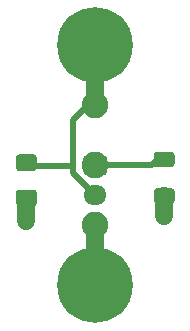
<source format=gbr>
%TF.GenerationSoftware,KiCad,Pcbnew,(5.1.7)-1*%
%TF.CreationDate,2020-11-24T20:57:24-06:00*%
%TF.ProjectId,025mag-PROBE-BOARD_REV2,3032356d-6167-42d5-9052-4f42452d424f,rev?*%
%TF.SameCoordinates,Original*%
%TF.FileFunction,Copper,L2,Bot*%
%TF.FilePolarity,Positive*%
%FSLAX46Y46*%
G04 Gerber Fmt 4.6, Leading zero omitted, Abs format (unit mm)*
G04 Created by KiCad (PCBNEW (5.1.7)-1) date 2020-11-24 20:57:24*
%MOMM*%
%LPD*%
G01*
G04 APERTURE LIST*
%TA.AperFunction,ComponentPad*%
%ADD10C,1.800000*%
%TD*%
%TA.AperFunction,ComponentPad*%
%ADD11C,2.250000*%
%TD*%
%TA.AperFunction,ComponentPad*%
%ADD12O,1.950000X1.700000*%
%TD*%
%TA.AperFunction,ComponentPad*%
%ADD13C,6.400000*%
%TD*%
%TA.AperFunction,ViaPad*%
%ADD14C,0.800000*%
%TD*%
%TA.AperFunction,Conductor*%
%ADD15C,0.500000*%
%TD*%
%TA.AperFunction,Conductor*%
%ADD16C,1.500000*%
%TD*%
%TA.AperFunction,Conductor*%
%ADD17C,0.250000*%
%TD*%
G04 APERTURE END LIST*
D10*
%TO.P,SW1,4*%
%TO.N,SIGNAL*%
X0Y-2540000D03*
D11*
%TO.P,SW1,3*%
%TO.N,VCC*%
X0Y0D03*
%TO.P,SW1,2*%
%TO.N,SIGNAL*%
X0Y5080000D03*
%TO.P,SW1,1*%
%TO.N,GND*%
X0Y-5080000D03*
%TD*%
D12*
%TO.P,REF\u002A\u002A,3*%
%TO.N,GND*%
X0Y-5000000D03*
%TO.P,REF\u002A\u002A,1*%
%TO.N,N/C*%
%TA.AperFunction,ComponentPad*%
G36*
G01*
X-725000Y850000D02*
X725000Y850000D01*
G75*
G02*
X975000Y600000I0J-250000D01*
G01*
X975000Y-600000D01*
G75*
G02*
X725000Y-850000I-250000J0D01*
G01*
X-725000Y-850000D01*
G75*
G02*
X-975000Y-600000I0J250000D01*
G01*
X-975000Y600000D01*
G75*
G02*
X-725000Y850000I250000J0D01*
G01*
G37*
%TD.AperFunction*%
%TO.P,REF\u002A\u002A,2*%
%TO.N,SIGNAL*%
X0Y-2500000D03*
%TD*%
%TO.P,D1,2*%
%TO.N,Net-(D1-Pad2)*%
%TA.AperFunction,SMDPad,CuDef*%
G36*
G01*
X-6459000Y-2049000D02*
X-5209000Y-2049000D01*
G75*
G02*
X-4959000Y-2299000I0J-250000D01*
G01*
X-4959000Y-3224000D01*
G75*
G02*
X-5209000Y-3474000I-250000J0D01*
G01*
X-6459000Y-3474000D01*
G75*
G02*
X-6709000Y-3224000I0J250000D01*
G01*
X-6709000Y-2299000D01*
G75*
G02*
X-6459000Y-2049000I250000J0D01*
G01*
G37*
%TD.AperFunction*%
%TO.P,D1,1*%
%TO.N,SIGNAL*%
%TA.AperFunction,SMDPad,CuDef*%
G36*
G01*
X-6459000Y926000D02*
X-5209000Y926000D01*
G75*
G02*
X-4959000Y676000I0J-250000D01*
G01*
X-4959000Y-249000D01*
G75*
G02*
X-5209000Y-499000I-250000J0D01*
G01*
X-6459000Y-499000D01*
G75*
G02*
X-6709000Y-249000I0J250000D01*
G01*
X-6709000Y676000D01*
G75*
G02*
X-6459000Y926000I250000J0D01*
G01*
G37*
%TD.AperFunction*%
%TD*%
%TO.P,R2,2*%
%TO.N,Net-(D2-Pad2)*%
%TA.AperFunction,SMDPad,CuDef*%
G36*
G01*
X5208999Y-1950000D02*
X6459001Y-1950000D01*
G75*
G02*
X6709000Y-2199999I0J-249999D01*
G01*
X6709000Y-3000001D01*
G75*
G02*
X6459001Y-3250000I-249999J0D01*
G01*
X5208999Y-3250000D01*
G75*
G02*
X4959000Y-3000001I0J249999D01*
G01*
X4959000Y-2199999D01*
G75*
G02*
X5208999Y-1950000I249999J0D01*
G01*
G37*
%TD.AperFunction*%
%TO.P,R2,1*%
%TO.N,VCC*%
%TA.AperFunction,SMDPad,CuDef*%
G36*
G01*
X5208999Y1150000D02*
X6459001Y1150000D01*
G75*
G02*
X6709000Y900001I0J-249999D01*
G01*
X6709000Y99999D01*
G75*
G02*
X6459001Y-150000I-249999J0D01*
G01*
X5208999Y-150000D01*
G75*
G02*
X4959000Y99999I0J249999D01*
G01*
X4959000Y900001D01*
G75*
G02*
X5208999Y1150000I249999J0D01*
G01*
G37*
%TD.AperFunction*%
%TD*%
D13*
%TO.P,MAG2,1*%
%TO.N,GND*%
X0Y-10160000D03*
%TD*%
%TO.P,MAG1,1*%
%TO.N,SIGNAL*%
X0Y10160000D03*
%TD*%
D14*
%TO.N,SIGNAL*%
X0Y12700000D03*
X2540000Y10160000D03*
X-2540000Y10160000D03*
X-1795800Y11955800D03*
X1795800Y11955800D03*
X1778000Y8364200D03*
X-1795800Y8364300D03*
%TO.N,GND*%
X0Y-7620000D03*
%TO.N,SIGNAL*%
X0Y7620000D03*
%TO.N,GND*%
X0Y-12700000D03*
X-1795800Y-8364200D03*
X2540000Y-10160000D03*
X-1795800Y-11955700D03*
X1778000Y-11955800D03*
X-2540000Y-10160000D03*
X1795800Y-8364200D03*
%TO.N,Net-(D1-Pad2)*%
X-5834000Y-4576000D03*
%TO.N,Net-(D2-Pad2)*%
X5834000Y-4326000D03*
%TD*%
D15*
%TO.N,VCC*%
X0Y254000D02*
X0Y0D01*
X4826000Y0D02*
X0Y0D01*
X5326000Y500000D02*
X4826000Y0D01*
X5834000Y500000D02*
X5326000Y500000D01*
D16*
%TO.N,GND*%
X0Y-10750000D02*
X0Y-5080000D01*
D15*
%TO.N,SIGNAL*%
X0Y10750000D02*
X-1188000Y10750000D01*
D16*
X0Y10750000D02*
X0Y5080000D01*
D15*
X-508000Y4572000D02*
X0Y5080000D01*
X-254000Y-2540000D02*
X0Y-2540000D01*
X-540000Y-2540000D02*
X0Y-2540000D01*
D17*
X-129000Y-2540000D02*
X0Y-2540000D01*
D15*
X0Y5080000D02*
X-635000Y5080000D01*
X-635000Y5080000D02*
X-1905000Y3810000D01*
X-1905000Y-635000D02*
X0Y-2540000D01*
X-1941500Y-36500D02*
X-1905000Y0D01*
X-5334000Y-36500D02*
X-1941500Y-36500D01*
X-1905000Y0D02*
X-1905000Y-635000D01*
X-1905000Y3810000D02*
X-1905000Y0D01*
D16*
%TO.N,Net-(D1-Pad2)*%
X-5850000Y-2860500D02*
X-5850000Y-4675000D01*
%TO.N,Net-(D2-Pad2)*%
X5834000Y-2600000D02*
X5834000Y-4326000D01*
%TD*%
M02*

</source>
